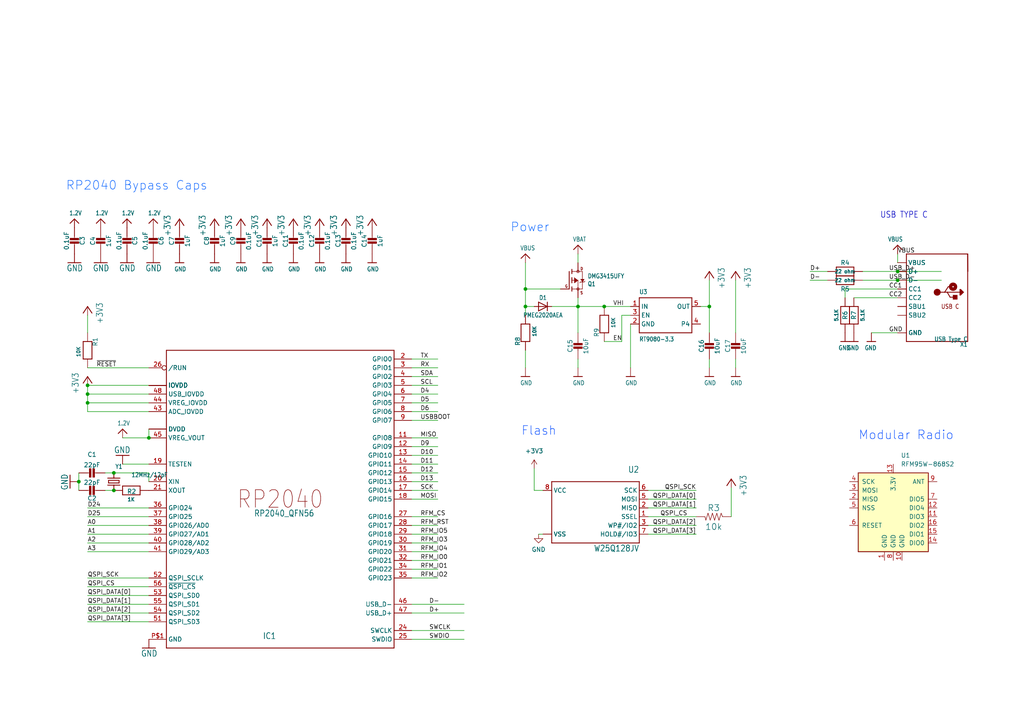
<source format=kicad_sch>
(kicad_sch (version 20231120) (generator "eeschema") (generator_version "8.0")
  (paper "A4")
  (lib_symbols
    (symbol "+3V3_1" (power) (pin_names (offset 0))
      (property "Value" "+3V3_1" (at 0 3.556 0))
      (symbol "+3V3_1_1_1"
        (pin power_in line (at 0 0 90) (length 0) hide (name "+3V3") (number "1"))
      )
    )
    (symbol "Adafruit Feather RP2040 RFM-eagle-import:+3V3" (power)
      (symbol "+3V3_1_0"
        (pin power_in line (at 0 -2.54 90) (length 2.54) (name "+3V3") (number "1"))
      )
    )
    (symbol "Adafruit Feather RP2040 RFM-eagle-import:1.2V" (power)
      (symbol "1.2V_1_0"
        (pin power_in line (at 0 -2.54 90) (length 2.54) (name "1.2V") (number "1"))
      )
    )
    (symbol "Adafruit Feather RP2040 RFM-eagle-import:CAP_CERAMIC0805-NOOUTLINE"
      (property "Reference" "C" (at -2.29 1.25 90))
      (symbol "CAP_CERAMIC0805-NOOUTLINE_1_0"
        (pin passive line (at 0 5.08 270) (length 2.54) (name "1") (number "1"))
        (pin passive line (at 0 -2.54 90) (length 2.54) (name "2") (number "2"))
      )
    )
    (symbol "Adafruit Feather RP2040 RFM-eagle-import:CAP_CERAMIC_0402NO"
      (property "Reference" "C" (at -2.29 1.25 90))
      (symbol "CAP_CERAMIC_0402NO_1_0"
        (pin passive line (at 0 5.08 270) (length 2.54) (name "1") (number "1"))
        (pin passive line (at 0 -2.54 90) (length 2.54) (name "2") (number "2"))
      )
    )
    (symbol "Adafruit Feather RP2040 RFM-eagle-import:CRYSTAL2.5X2.0"
      (property "Reference" "Y" (at -2.54 2.54 0))
      (symbol "CRYSTAL2.5X2.0_1_0"
        (pin passive line (at -2.54 0 0) (length 0) (name "1") (number "1"))
        (pin passive line (at 2.54 0 180) (length 0) (name "2") (number "3"))
      )
    )
    (symbol "Adafruit Feather RP2040 RFM-eagle-import:DIODESOD-323F"
      (property "Reference" "D" (at -2.54 2.54 0))
      (symbol "DIODESOD-323F_1_0"
        (pin passive line (at -2.54 0 0) (length 2.54) (name "A") (number "A"))
        (pin passive line (at 2.54 0 180) (length 2.54) (name "C") (number "C"))
      )
    )
    (symbol "Adafruit Feather RP2040 RFM-eagle-import:GND" (power)
      (symbol "GND_1_0"
        (pin power_in line (at 0 2.54 270) (length 2.54) (name "GND") (number "1"))
      )
    )
    (symbol "Adafruit Feather RP2040 RFM-eagle-import:MOSFET-P_DFN2015"
      (property "Reference" "Q" (at 2.794 0.381 0))
      (symbol "MOSFET-P_DFN2015_1_0"
        (text "D" (at 0.635 -3.81 0) (effects (font (size 0.8128 0.6908)) (justify left bottom)))
        (text "G" (at -3.81 1.27 0) (effects (font (size 0.8128 0.6908)) (justify left bottom)))
        (text "S" (at 0.635 3.175 0) (effects (font (size 0.8128 0.6908)) (justify left bottom)))
        (pin passive line (at -5.08 2.54 0) (length 2.54) (name "G") (number "1"))
        (pin passive line (at 0 5.08 270) (length 2.54) (name "S") (number "2"))
        (pin passive line (at 0 -5.08 90) (length 2.54) (name "D") (number "3"))
      )
    )
    (symbol "Adafruit Feather RP2040 RFM-eagle-import:RESISTOR_0402NO"
      (property "Reference" "R" (at 0 2.54 0))
      (symbol "RESISTOR_0402NO_1_0"
        (pin passive line (at -5.08 0 0) (length 2.54) (name "1") (number "1"))
        (pin passive line (at 5.08 0 180) (length 2.54) (name "2") (number "2"))
      )
    )
    (symbol "Adafruit Feather RP2040 RFM-eagle-import:RP2040_QFN56"
      (property "Reference" "IC" (at -5.08 -40.64 0))
      (symbol "RP2040_QFN56_1_0"
        (text "RP2040" (at 0 0 0) (effects (font (size 5.08 4.318))))
        (pin power_in line (at -38.1 33.02 0) (length 5.08) (name "IOVDD") (number "1"))
        (pin power_in line (at -38.1 33.02 0) (length 5.08) (name "IOVDD") (number "10"))
        (pin bidirectional line (at 38.1 17.78 180) (length 5.08) (name "GPIO8") (number "11"))
        (pin bidirectional line (at 38.1 15.24 180) (length 5.08) (name "GPIO9") (number "12"))
        (pin bidirectional line (at 38.1 12.7 180) (length 5.08) (name "GPIO10") (number "13"))
        (pin bidirectional line (at 38.1 10.16 180) (length 5.08) (name "GPIO11") (number "14"))
        (pin bidirectional line (at 38.1 7.62 180) (length 5.08) (name "GPIO12") (number "15"))
        (pin bidirectional line (at 38.1 5.08 180) (length 5.08) (name "GPIO13") (number "16"))
        (pin bidirectional line (at 38.1 2.54 180) (length 5.08) (name "GPIO14") (number "17"))
        (pin bidirectional line (at 38.1 0 180) (length 5.08) (name "GPIO15") (number "18"))
        (pin input line (at -38.1 10.16 0) (length 5.08) (name "TESTEN") (number "19"))
        (pin bidirectional line (at 38.1 40.64 180) (length 5.08) (name "GPIO0") (number "2"))
        (pin input line (at -38.1 5.08 0) (length 5.08) (name "XIN") (number "20"))
        (pin output line (at -38.1 2.54 0) (length 5.08) (name "XOUT") (number "21"))
        (pin power_in line (at -38.1 33.02 0) (length 5.08) (name "IOVDD") (number "22"))
        (pin power_in line (at -38.1 20.32 0) (length 5.08) (name "DVDD") (number "23"))
        (pin bidirectional line (at 38.1 -38.1 180) (length 5.08) (name "SWCLK") (number "24"))
        (pin bidirectional line (at 38.1 -40.64 180) (length 5.08) (name "SWDIO") (number "25"))
        (pin bidirectional inverted (at -38.1 38.1 0) (length 5.08) (name "/RUN") (number "26"))
        (pin bidirectional line (at 38.1 -5.08 180) (length 5.08) (name "GPIO16") (number "27"))
        (pin bidirectional line (at 38.1 -7.62 180) (length 5.08) (name "GPIO17") (number "28"))
        (pin bidirectional line (at 38.1 -10.16 180) (length 5.08) (name "GPIO18") (number "29"))
        (pin bidirectional line (at 38.1 38.1 180) (length 5.08) (name "GPIO1") (number "3"))
        (pin bidirectional line (at 38.1 -12.7 180) (length 5.08) (name "GPIO19") (number "30"))
        (pin bidirectional line (at 38.1 -15.24 180) (length 5.08) (name "GPIO20") (number "31"))
        (pin bidirectional line (at 38.1 -17.78 180) (length 5.08) (name "GPIO21") (number "32"))
        (pin power_in line (at -38.1 33.02 0) (length 5.08) (name "IOVDD") (number "33"))
        (pin bidirectional line (at 38.1 -20.32 180) (length 5.08) (name "GPIO22") (number "34"))
        (pin bidirectional line (at 38.1 -22.86 180) (length 5.08) (name "GPIO23") (number "35"))
        (pin bidirectional line (at -38.1 -2.54 0) (length 5.08) (name "GPIO24") (number "36"))
        (pin bidirectional line (at -38.1 -5.08 0) (length 5.08) (name "GPIO25") (number "37"))
        (pin bidirectional line (at -38.1 -7.62 0) (length 5.08) (name "GPIO26/AD0") (number "38"))
        (pin bidirectional line (at -38.1 -10.16 0) (length 5.08) (name "GPIO27/AD1") (number "39"))
        (pin bidirectional line (at 38.1 35.56 180) (length 5.08) (name "GPIO2") (number "4"))
        (pin bidirectional line (at -38.1 -12.7 0) (length 5.08) (name "GPIO28/AD2") (number "40"))
        (pin bidirectional line (at -38.1 -15.24 0) (length 5.08) (name "GPIO29/AD3") (number "41"))
        (pin power_in line (at -38.1 33.02 0) (length 5.08) (name "IOVDD") (number "42"))
        (pin power_in line (at -38.1 25.4 0) (length 5.08) (name "ADC_IOVDD") (number "43"))
        (pin power_in line (at -38.1 27.94 0) (length 5.08) (name "VREG_IOVDD") (number "44"))
        (pin power_in line (at -38.1 17.78 0) (length 5.08) (name "VREG_VOUT") (number "45"))
        (pin bidirectional line (at 38.1 -30.48 180) (length 5.08) (name "USB_D-") (number "46"))
        (pin bidirectional line (at 38.1 -33.02 180) (length 5.08) (name "USB_D+") (number "47"))
        (pin power_in line (at -38.1 30.48 0) (length 5.08) (name "USB_IOVDD") (number "48"))
        (pin power_in line (at -38.1 33.02 0) (length 5.08) (name "IOVDD") (number "49"))
        (pin bidirectional line (at 38.1 33.02 180) (length 5.08) (name "GPIO3") (number "5"))
        (pin power_in line (at -38.1 20.32 0) (length 5.08) (name "DVDD") (number "50"))
        (pin bidirectional line (at -38.1 -35.56 0) (length 5.08) (name "QSPI_SD3") (number "51"))
        (pin bidirectional line (at -38.1 -22.86 0) (length 5.08) (name "QSPI_SCLK") (number "52"))
        (pin bidirectional line (at -38.1 -27.94 0) (length 5.08) (name "QSPI_SD0") (number "53"))
        (pin bidirectional line (at -38.1 -33.02 0) (length 5.08) (name "QSPI_SD2") (number "54"))
        (pin bidirectional line (at -38.1 -30.48 0) (length 5.08) (name "QSPI_SD1") (number "55"))
        (pin bidirectional line (at -38.1 -25.4 0) (length 5.08) (name "~{QSPI_CS}") (number "56"))
        (pin bidirectional line (at 38.1 30.48 180) (length 5.08) (name "GPIO4") (number "6"))
        (pin bidirectional line (at 38.1 27.94 180) (length 5.08) (name "GPIO5") (number "7"))
        (pin bidirectional line (at 38.1 25.4 180) (length 5.08) (name "GPIO6") (number "8"))
        (pin bidirectional line (at 38.1 22.86 180) (length 5.08) (name "GPIO7") (number "9"))
        (pin power_in line (at -38.1 -40.64 0) (length 5.08) (name "GND") (number "P$1"))
      )
    )
    (symbol "Adafruit Feather RP2040 RFM-eagle-import:USB_C"
      (property "Reference" "X" (at -10.16 13.716 0))
      (symbol "USB_C_1_0"
        (text "USB C" (at -5.08 -2.54 0) (effects (font (size 1.27 1.0795))))
        (pin power_in line (at 10.16 -10.16 180) (length 2.54) (name "GND") (number "A1B12"))
        (pin power_in line (at 10.16 10.16 180) (length 2.54) (name "VBUS") (number "A4B9"))
        (pin bidirectional line (at 10.16 2.54 180) (length 2.54) (name "CC1") (number "A5"))
        (pin bidirectional line (at 10.16 7.62 180) (length 2.54) (name "D+") (number "A6"))
        (pin bidirectional line (at 10.16 5.08 180) (length 2.54) (name "D-") (number "A7"))
        (pin bidirectional line (at 10.16 -2.54 180) (length 2.54) (name "SBU1") (number "A8"))
        (pin power_in line (at 10.16 -10.16 180) (length 2.54) (name "GND") (number "B1A12"))
        (pin power_in line (at 10.16 10.16 180) (length 2.54) (name "VBUS") (number "B4A9"))
        (pin bidirectional line (at 10.16 0 180) (length 2.54) (name "CC2") (number "B5"))
        (pin bidirectional line (at 10.16 7.62 180) (length 2.54) (name "D+") (number "B6"))
        (pin bidirectional line (at 10.16 5.08 180) (length 2.54) (name "D-") (number "B7"))
        (pin bidirectional line (at 10.16 -5.08 180) (length 2.54) (name "SBU2") (number "B8"))
      )
    )
    (symbol "Adafruit Feather RP2040 RFM-eagle-import:VBAT" (power)
      (symbol "VBAT_1_0"
        (pin power_in line (at 0 -2.54 90) (length 2.54) (name "VBAT") (number "1"))
      )
    )
    (symbol "Adafruit Feather RP2040 RFM-eagle-import:VBUS" (power)
      (symbol "VBUS_1_0"
        (pin power_in line (at 0 -2.54 90) (length 2.54) (name "VBUS") (number "1"))
      )
    )
    (symbol "Adafruit Feather RP2040 RFM-eagle-import:VREG_SOT23-5"
      (property "Reference" "U" (at -7.62 6.096 0))
      (symbol "VREG_SOT23-5_1_0"
        (pin power_in line (at -10.16 2.54 0) (length 2.54) (name "IN") (number "1"))
        (pin power_in line (at -10.16 -2.54 0) (length 2.54) (name "GND") (number "2"))
        (pin input line (at -10.16 0 0) (length 2.54) (name "EN") (number "3"))
        (pin bidirectional line (at 10.16 -2.54 180) (length 2.54) (name "P4") (number "4"))
        (pin power_in line (at 10.16 2.54 180) (length 2.54) (name "OUT") (number "5"))
      )
    )
    (symbol "Adafruit Feather RP2040 RFM-eagle-import:supply1_GND" (power)
      (symbol "supply1_GND_1_0"
        (pin power_in line (at 0 2.54 270) (length 2.54) (name "GND") (number "1"))
      )
    )
    (symbol "Adafruit ItsyBitsy RP2040-eagle-import:+3V3" (power)
      (property "Value" "+3V3" (at -2.54 -5.08 90))
      (symbol "+3V3_1_0"
        (pin power_in line (at 0 -2.54 90) (length 2.54) (name "+3V3") (number "1"))
      )
    )
    (symbol "Adafruit ItsyBitsy RP2040-eagle-import:SPIFLASH_8PIN_4X4"
      (property "Reference" "U" (at -12.7 12.7 0))
      (property "Value" "SPIFLASH_8PIN_4X4" (at -12.7 -10.16 0))
      (symbol "SPIFLASH_8PIN_4X4_1_0"
        (pin bidirectional line (at -15.24 0 0) (length 2.54) (name "SSEL") (number "1"))
        (pin bidirectional line (at -15.24 2.54 0) (length 2.54) (name "MISO") (number "2"))
        (pin bidirectional line (at -15.24 -2.54 0) (length 2.54) (name "WP#/IO2") (number "3"))
        (pin bidirectional line (at 15.24 -5.08 180) (length 2.54) (name "VSS") (number "4"))
        (pin bidirectional line (at -15.24 5.08 0) (length 2.54) (name "MOSI") (number "5"))
        (pin bidirectional line (at -15.24 7.62 0) (length 2.54) (name "SCK") (number "6"))
        (pin bidirectional line (at -15.24 -5.08 0) (length 2.54) (name "HOLD#/IO3") (number "7"))
        (pin bidirectional line (at 15.24 7.62 180) (length 2.54) (name "VCC") (number "8"))
        (pin bidirectional line (at 15.24 -5.08 180) (length 2.54) (name "VSS") (number "PAD"))
      )
    )
    (symbol "RF_Module:RFM95W-868S2" (pin_names (offset 1.016))
      (property "Reference" "U" (at -10.414 11.684 0))
      (property "Value" "RFM95W-868S2" (at 1.524 11.43 0))
      (symbol "RFM95W-868S2_1_1"
        (pin power_in line (at -2.54 -15.24 90) (length 2.54) (name "GND") (number "1"))
        (pin power_in line (at 2.54 -15.24 90) (length 2.54) (name "GND") (number "10"))
        (pin bidirectional line (at 12.7 -2.54 180) (length 2.54) (name "DIO3") (number "11"))
        (pin bidirectional line (at 12.7 0 180) (length 2.54) (name "DIO4") (number "12"))
        (pin power_in line (at 0 12.7 270) (length 2.54) (name "3.3V") (number "13"))
        (pin bidirectional line (at 12.7 -10.16 180) (length 2.54) (name "DIO0") (number "14"))
        (pin bidirectional line (at 12.7 -7.62 180) (length 2.54) (name "DIO1") (number "15"))
        (pin bidirectional line (at 12.7 -5.08 180) (length 2.54) (name "DIO2") (number "16"))
        (pin output line (at -12.7 2.54 0) (length 2.54) (name "MISO") (number "2"))
        (pin input line (at -12.7 5.08 0) (length 2.54) (name "MOSI") (number "3"))
        (pin input line (at -12.7 7.62 0) (length 2.54) (name "SCK") (number "4"))
        (pin input line (at -12.7 0 0) (length 2.54) (name "NSS") (number "5"))
        (pin bidirectional line (at -12.7 -5.08 0) (length 2.54) (name "RESET") (number "6"))
        (pin bidirectional line (at 12.7 2.54 180) (length 2.54) (name "DIO5") (number "7"))
        (pin power_in line (at 0 -15.24 90) (length 2.54) (name "GND") (number "8"))
        (pin bidirectional line (at 12.7 7.62 180) (length 2.54) (name "ANT") (number "9"))
      )
    )
    (symbol "mainboard:RESISTOR0603" (pin_names (offset 1.016))
      (property "Reference" "R" (at 0 1.524 0))
      (property "Value" "RESISTOR0603" (at 0 -1.524 0))
      (symbol "RESISTOR0603_1_0"
        (pin passive line (at -5.08 0 0) (length 2.54) (name "1") (number "1"))
        (pin passive line (at 5.08 0 180) (length 2.54) (name "2") (number "2"))
      )
    )
    (symbol "power:GND" (power) (pin_names (offset 0))
      (property "Value" "GND" (at 0 -3.81 0))
      (symbol "GND_1_1"
        (pin power_in line (at 0 0 270) (length 0) hide (name "GND") (number "1"))
      )
    )
  )
  (junction (at 25.4 116.84))
  (junction (at 205.74 88.9))
  (junction (at 260.35 78.74))
  (junction (at 25.4 114.3))
  (junction (at 152.4 88.9))
  (junction (at 33.02 142.24))
  (junction (at 25.4 111.76))
  (junction (at 175.26 88.9))
  (junction (at 167.64 88.9))
  (junction (at 22.86 139.7))
  (junction (at 152.4 83.82))
  (junction (at 33.02 137.16))
  (junction (at 43.18 127))
  (junction (at 260.35 81.28))
  (wire (pts (xy 260.35 83.82) (xy 245.11 83.82)) (stroke (width 0.1524)))
  (wire (pts (xy 240.03 78.74) (xy 234.95 78.74)) (stroke (width 0.1524)))
  (wire (pts (xy 160.02 88.9) (xy 167.64 88.9)) (stroke (width 0.1524)))
  (wire (pts (xy 25.4 116.84) (xy 25.4 114.3)) (stroke (width 0.1524)))
  (wire (pts (xy 25.4 175.26) (xy 43.18 175.26)) (stroke (width 0.1524)))
  (wire (pts (xy 119.38 116.84) (xy 127 116.84)) (stroke (width 0.1524)))
  (wire (pts (xy 260.35 86.36) (xy 247.65 86.36)) (stroke (width 0.1524)))
  (wire (pts (xy 167.64 88.9) (xy 167.64 96.52)) (stroke (width 0.1524)))
  (wire (pts (xy 119.38 109.22) (xy 127 109.22)) (stroke (width 0.1524)))
  (wire (pts (xy 127 167.64) (xy 119.38 167.64)) (stroke (width 0.1524)))
  (wire (pts (xy 43.18 137.16) (xy 43.18 139.7)) (stroke (width 0.1524)))
  (wire (pts (xy 25.4 180.34) (xy 43.18 180.34)) (stroke (width 0.1524)))
  (wire (pts (xy 203.2 88.9) (xy 205.74 88.9)) (stroke (width 0.1524)))
  (wire (pts (xy 22.86 142.24) (xy 22.86 139.7)) (stroke (width 0.1524)))
  (wire (pts (xy 25.4 119.38) (xy 25.4 116.84)) (stroke (width 0.1524)))
  (wire (pts (xy 201.93 144.78) (xy 187.96 144.78)))
  (wire (pts (xy 43.18 114.3) (xy 25.4 114.3)) (stroke (width 0.1524)))
  (wire (pts (xy 119.38 177.8) (xy 134.62 177.8)) (stroke (width 0.1524)))
  (wire (pts (xy 260.35 81.28) (xy 273.05 81.28)) (stroke (width 0.1524)))
  (wire (pts (xy 119.38 165.1) (xy 127 165.1)) (stroke (width 0.1524)))
  (wire (pts (xy 152.4 88.9) (xy 152.4 83.82)) (stroke (width 0.1524)))
  (wire (pts (xy 205.74 88.9) (xy 205.74 81.28)) (stroke (width 0.1524)))
  (wire (pts (xy 43.18 116.84) (xy 25.4 116.84)) (stroke (width 0.1524)))
  (wire (pts (xy 175.26 88.9) (xy 167.64 88.9)) (stroke (width 0.1524)))
  (wire (pts (xy 162.56 83.82) (xy 152.4 83.82)) (stroke (width 0.1524)))
  (wire (pts (xy 213.36 104.14) (xy 213.36 106.68)) (stroke (width 0.1524)))
  (wire (pts (xy 119.38 132.08) (xy 127 132.08)) (stroke (width 0.1524)))
  (wire (pts (xy 175.26 99.06) (xy 180.34 99.06)) (stroke (width 0.1524)))
  (wire (pts (xy 180.34 91.44) (xy 182.88 91.44)) (stroke (width 0.1524)))
  (wire (pts (xy 152.4 91.44) (xy 152.4 88.9)) (stroke (width 0.1524)))
  (wire (pts (xy 43.18 149.86) (xy 25.4 149.86)) (stroke (width 0.1524)))
  (wire (pts (xy 25.4 147.32) (xy 43.18 147.32)) (stroke (width 0.1524)))
  (wire (pts (xy 25.4 154.94) (xy 43.18 154.94)) (stroke (width 0.1524)))
  (wire (pts (xy 187.96 142.24) (xy 201.93 142.24)))
  (wire (pts (xy 35.56 127) (xy 43.18 127)) (stroke (width 0.1524)))
  (wire (pts (xy 252.73 96.52) (xy 260.35 96.52)) (stroke (width 0.1524)))
  (wire (pts (xy 43.18 124.46) (xy 43.18 127)) (stroke (width 0.1524)))
  (wire (pts (xy 43.18 111.76) (xy 25.4 111.76)) (stroke (width 0.1524)))
  (wire (pts (xy 43.18 157.48) (xy 25.4 157.48)) (stroke (width 0.1524)))
  (wire (pts (xy 119.38 144.78) (xy 127 144.78)) (stroke (width 0.1524)))
  (wire (pts (xy 119.38 104.14) (xy 127 104.14)) (stroke (width 0.1524)))
  (wire (pts (xy 201.93 154.94) (xy 187.96 154.94)))
  (wire (pts (xy 33.02 137.16) (xy 30.48 137.16)) (stroke (width 0.1524)))
  (wire (pts (xy 134.62 182.88) (xy 119.38 182.88)) (stroke (width 0.1524)))
  (wire (pts (xy 187.96 152.4) (xy 201.93 152.4)))
  (wire (pts (xy 187.96 149.86) (xy 201.93 149.86)))
  (wire (pts (xy 119.38 114.3) (xy 127 114.3)) (stroke (width 0.1524)))
  (wire (pts (xy 245.11 83.82) (xy 245.11 86.36)) (stroke (width 0.1524)))
  (wire (pts (xy 127 157.48) (xy 119.38 157.48)) (stroke (width 0.1524)))
  (wire (pts (xy 213.36 96.52) (xy 213.36 81.28)) (stroke (width 0.1524)))
  (wire (pts (xy 119.38 137.16) (xy 127 137.16)) (stroke (width 0.1524)))
  (wire (pts (xy 154.94 135.89) (xy 154.94 142.24)))
  (wire (pts (xy 157.48 142.24) (xy 154.94 142.24)))
  (wire (pts (xy 119.38 121.92) (xy 127 121.92)) (stroke (width 0.1524)))
  (wire (pts (xy 33.02 137.16) (xy 43.18 137.16)) (stroke (width 0.1524)))
  (wire (pts (xy 43.18 152.4) (xy 25.4 152.4)) (stroke (width 0.1524)))
  (wire (pts (xy 157.48 154.94) (xy 156.21 154.94)))
  (wire (pts (xy 119.38 142.24) (xy 127 142.24)) (stroke (width 0.1524)))
  (wire (pts (xy 25.4 160.02) (xy 43.18 160.02)) (stroke (width 0.1524)))
  (wire (pts (xy 152.4 83.82) (xy 152.4 76.2)) (stroke (width 0.1524)))
  (wire (pts (xy 119.38 149.86) (xy 127 149.86)) (stroke (width 0.1524)))
  (wire (pts (xy 119.38 129.54) (xy 127 129.54)) (stroke (width 0.1524)))
  (wire (pts (xy 205.74 104.14) (xy 205.74 106.68)) (stroke (width 0.1524)))
  (wire (pts (xy 182.88 88.9) (xy 175.26 88.9)) (stroke (width 0.1524)))
  (wire (pts (xy 119.38 154.94) (xy 127 154.94)) (stroke (width 0.1524)))
  (wire (pts (xy 182.88 93.98) (xy 182.88 106.68)) (stroke (width 0.1524)))
  (wire (pts (xy 22.86 139.7) (xy 22.86 137.16)) (stroke (width 0.1524)))
  (wire (pts (xy 167.64 86.36) (xy 167.64 88.9)) (stroke (width 0.1524)))
  (wire (pts (xy 167.64 104.14) (xy 167.64 106.68)) (stroke (width 0.1524)))
  (wire (pts (xy 43.18 170.18) (xy 25.4 170.18)) (stroke (width 0.1524)))
  (wire (pts (xy 260.35 78.74) (xy 250.19 78.74)) (stroke (width 0.1524)))
  (wire (pts (xy 30.48 142.24) (xy 33.02 142.24)) (stroke (width 0.1524)))
  (wire (pts (xy 43.18 167.64) (xy 25.4 167.64)) (stroke (width 0.1524)))
  (wire (pts (xy 119.38 185.42) (xy 134.62 185.42)) (stroke (width 0.1524)))
  (wire (pts (xy 180.34 99.06) (xy 180.34 91.44)) (stroke (width 0.1524)))
  (wire (pts (xy 127 106.68) (xy 119.38 106.68)) (stroke (width 0.1524)))
  (wire (pts (xy 205.74 96.52) (xy 205.74 88.9)) (stroke (width 0.1524)))
  (wire (pts (xy 25.4 91.44) (xy 25.4 96.52)) (stroke (width 0.1524)))
  (wire (pts (xy 119.38 139.7) (xy 127 139.7)) (stroke (width 0.1524)))
  (wire (pts (xy 187.96 147.32) (xy 201.93 147.32)))
  (wire (pts (xy 25.4 177.8) (xy 43.18 177.8)) (stroke (width 0.1524)))
  (wire (pts (xy 167.64 73.66) (xy 167.64 76.2)) (stroke (width 0.1524)))
  (wire (pts (xy 25.4 114.3) (xy 25.4 111.76)) (stroke (width 0.1524)))
  (wire (pts (xy 154.94 88.9) (xy 152.4 88.9)) (stroke (width 0.1524)))
  (wire (pts (xy 43.18 106.68) (xy 25.4 106.68)) (stroke (width 0.1524)))
  (wire (pts (xy 234.95 81.28) (xy 240.03 81.28)) (stroke (width 0.1524)))
  (wire (pts (xy 119.38 127) (xy 127 127)) (stroke (width 0.1524)))
  (wire (pts (xy 127 162.56) (xy 119.38 162.56)) (stroke (width 0.1524)))
  (wire (pts (xy 43.18 119.38) (xy 25.4 119.38)) (stroke (width 0.1524)))
  (wire (pts (xy 127 152.4) (xy 119.38 152.4)) (stroke (width 0.1524)))
  (wire (pts (xy 119.38 111.76) (xy 127 111.76)) (stroke (width 0.1524)))
  (wire (pts (xy 260.35 78.74) (xy 273.05 78.74)) (stroke (width 0.1524)))
  (wire (pts (xy 119.38 119.38) (xy 127 119.38)) (stroke (width 0.1524)))
  (wire (pts (xy 119.38 160.02) (xy 127 160.02)) (stroke (width 0.1524)))
  (wire (pts (xy 152.4 106.68) (xy 152.4 101.6)) (stroke (width 0.1524)))
  (wire (pts (xy 212.09 141.478) (xy 212.09 149.86)))
  (wire (pts (xy 260.35 73.66) (xy 260.35 76.2)) (stroke (width 0.1524)))
  (wire (pts (xy 119.38 175.26) (xy 134.62 175.26)) (stroke (width 0.1524)))
  (wire (pts (xy 25.4 172.72) (xy 43.18 172.72)) (stroke (width 0.1524)))
  (wire (pts (xy 250.19 81.28) (xy 260.35 81.28)) (stroke (width 0.1524)))
  (wire (pts (xy 43.18 134.62) (xy 35.56 134.62)) (stroke (width 0.1524)))
  (wire (pts (xy 119.38 134.62) (xy 127 134.62)) (stroke (width 0.1524)))
  (text "USB TYPE C" (at 255.27 63.5 0) (effects (font (size 1.778 1.5113)) (justify left bottom)))
  (text "Power " (at 154.686 66.04 0) (effects (font (size 2.54 2.54))))
  (label "EN" (at 177.8 99.06 0) (effects (font (size 1.2446 1.2446))))
  (label "D10" (at 121.92 132.08 0) (effects (font (size 1.2446 1.2446))))
  (label "SDA" (at 121.92 109.22 0) (effects (font (size 1.2446 1.2446))))
  (label "D9" (at 121.92 129.54 0) (effects (font (size 1.2446 1.2446))))
  (label "D6" (at 121.92 119.38 0) (effects (font (size 1.2446 1.2446))))
  (label "USB_D+" (at 257.81 78.74 0) (effects (font (size 1.2446 1.2446))))
  (label "RFM_RST" (at 121.92 152.4 0) (effects (font (size 1.2446 1.2446))))
  (label "QSPI_DATA[0]" (at 25.4 172.72 0) (effects (font (size 1.2446 1.2446))))
  (label "USBBOOT" (at 121.92 121.92 0) (effects (font (size 1.2446 1.2446))))
  (label "SCL" (at 121.92 111.76 0) (effects (font (size 1.2446 1.2446))))
  (label "D4" (at 121.92 114.3 0) (effects (font (size 1.2446 1.2446))))
  (label "D+" (at 234.95 78.74 0) (effects (font (size 1.2446 1.2446))))
  (label "QSPI_CS" (at 25.4 170.18 0) (effects (font (size 1.2446 1.2446))))
  (label "GND" (at 257.81 96.52 0) (effects (font (size 1.2446 1.2446))))
  (label "Flash" (at 151.13 127 0) (effects (font (size 2.54 2.54))))
  (label "SCK" (at 121.92 142.24 0) (effects (font (size 1.2446 1.2446))))
  (label "VBUS" (at 260.35 73.66 0) (effects (font (size 1.2446 1.2446))))
  (label "D13" (at 121.92 139.7 0) (effects (font (size 1.2446 1.2446))))
  (label "RX" (at 121.92 106.68 0) (effects (font (size 1.2446 1.2446))))
  (label "D25" (at 25.4 149.86 0) (effects (font (size 1.2446 1.2446))))
  (label "RFM_CS" (at 121.92 149.86 0) (effects (font (size 1.2446 1.2446))))
  (label "RFM_IO1" (at 121.92 165.1 0) (effects (font (size 1.2446 1.2446))))
  (label "A3" (at 25.4 160.02 0) (effects (font (size 1.2446 1.2446))))
  (label "USB_D-" (at 257.81 81.28 0) (effects (font (size 1.2446 1.2446))))
  (label "MOSI" (at 121.92 144.78 0) (effects (font (size 1.2446 1.2446))))
  (label "RFM_IO2" (at 121.92 167.64 0) (effects (font (size 1.2446 1.2446))))
  (label "A1" (at 25.4 154.94 0) (effects (font (size 1.2446 1.2446))))
  (label "RFM_IO0" (at 121.92 162.56 0) (effects (font (size 1.2446 1.2446))))
  (label "D12" (at 121.92 137.16 0) (effects (font (size 1.2446 1.2446))))
  (label "D5" (at 121.92 116.84 0) (effects (font (size 1.2446 1.2446))))
  (label "QSPI_DATA[2]" (at 201.93 152.4 180) (effects (font (size 1.2446 1.2446))))
  (label "A2" (at 25.4 157.48 0) (effects (font (size 1.2446 1.2446))))
  (label "D-" (at 234.95 81.28 0) (effects (font (size 1.2446 1.2446))))
  (label "RFM_IO5" (at 121.92 154.94 0) (effects (font (size 1.2446 1.2446))))
  (label "QSPI_DATA[3]" (at 25.4 180.34 0) (effects (font (size 1.2446 1.2446))))
  (label "QSPI_DATA[3]" (at 201.93 154.94 180) (effects (font (size 1.2446 1.2446))))
  (label "QSPI_DATA[2]" (at 25.4 177.8 0) (effects (font (size 1.2446 1.2446))))
  (label "QSPI_DATA[1]" (at 201.93 147.32 180) (effects (font (size 1.2446 1.2446))))
  (label "A0" (at 25.4 152.4 0) (effects (font (size 1.2446 1.2446))))
  (label "RFM_IO4" (at 121.92 160.02 0) (effects (font (size 1.2446 1.2446))))
  (label "QSPI_SCK" (at 25.4 167.64 0) (effects (font (size 1.2446 1.2446))))
  (label "RP2040 Bypass Caps" (at 19.05 55.88 0) (effects (font (size 2.54 2.54))))
  (label "D11" (at 121.92 134.62 0) (effects (font (size 1.2446 1.2446))))
  (label "VHI" (at 177.8 88.9 0) (effects (font (size 1.2446 1.2446))))
  (label "D-" (at 124.46 175.26 0) (effects (font (size 1.2446 1.2446))))
  (label "RFM_IO3" (at 121.92 157.48 0) (effects (font (size 1.2446 1.2446))))
  (label "QSPI_DATA[0]" (at 201.93 144.78 180) (effects (font (size 1.2446 1.2446))))
  (label "Modular Radio" (at 248.92 128.27 0) (effects (font (size 2.54 2.54))))
  (label "QSPI_SCK" (at 201.93 142.24 180) (effects (font (size 1.2446 1.2446))))
  (label "D24" (at 25.4 147.32 0) (effects (font (size 1.2446 1.2446))))
  (label "SWCLK" (at 124.46 182.88 0) (effects (font (size 1.2446 1.2446))))
  (label "CC2" (at 257.81 86.36 0) (effects (font (size 1.2446 1.2446))))
  (label "CC1" (at 257.81 83.82 0) (effects (font (size 1.2446 1.2446))))
  (label "~{RESET}" (at 27.94 106.68 0) (effects (font (size 1.2446 1.2446))))
  (label "MISO" (at 121.92 127 0) (effects (font (size 1.2446 1.2446))))
  (label "QSPI_CS" (at 199.39 149.86 180) (effects (font (size 1.2446 1.2446))))
  (label "TX" (at 121.92 104.14 0) (effects (font (size 1.2446 1.2446))))
  (label "SWDIO" (at 124.46 185.42 0) (effects (font (size 1.2446 1.2446))))
  (label "QSPI_DATA[1]" (at 25.4 175.26 0) (effects (font (size 1.2446 1.2446))))
  (label "D+" (at 124.46 177.8 0) (effects (font (size 1.2446 1.2446))))
  (symbol (lib_id "power:GND") (at 156.21 154.94 0) (mirror y) (unit 1)
    (property "Reference" "#PWR02" (effects (hide yes)))
    (property "Value" "GND" (at 156.21 159.3834 0))
  )
  (symbol (lib_id "Adafruit Feather RP2040 RFM-eagle-import:CRYSTAL2.5X2.0") (at 33.02 139.7 90) (unit 1)
    (property "Reference" "Y1" (at 35.56 134.62 90) (effects (font (size 1.27 1.0795)) (justify left bottom)))
    (property "Value" "12MHz/12pF" (at 38.1 138.43 90) (effects (font (size 1.27 1.0795)) (justify right top)))
    (property "Footprint" "Adafruit Feather RP2040 RFM:CRYSTAL_2.5X2" (effects (hide yes)))
  )
  (symbol (lib_id "Adafruit Feather RP2040 RFM-eagle-import:VBUS") (at 260.35 71.12 0) (mirror y) (unit 1)
    (property "Reference" "#U$017" (effects (hide yes)))
    (property "Value" "VBUS" (at 261.874 70.104 0) (effects (font (size 1.27 1.0795)) (justify left bottom)))
  )
  (symbol (lib_id "Adafruit Feather RP2040 RFM-eagle-import:CAP_CERAMIC_0402NO") (at 36.83 68.58 180) (unit 1)
    (property "Reference" "C5" (at 39.12 69.83 90))
    (property "Value" "0.1uF" (at 34.53 69.83 90))
    (property "Footprint" "Adafruit Feather RP2040 RFM:_0402NO" (effects (hide yes)))
  )
  (symbol (lib_id "Adafruit Feather RP2040 RFM-eagle-import:RESISTOR_0402NO") (at 245.11 78.74 0) (mirror y) (unit 1)
    (property "Reference" "R4" (at 245.11 76.2 0))
    (property "Value" "22 ohm" (at 245.11 78.74 0) (effects (font (size 1.016 1.016) (thickness 0.2032) (bold yes))))
    (property "Footprint" "Adafruit Feather RP2040 RFM:_0402NO" (effects (hide yes)))
  )
  (symbol (lib_id "Adafruit Feather RP2040 RFM-eagle-import:supply1_GND") (at 35.56 132.08 0) (mirror x) (unit 1)
    (property "Reference" "#GND02" (effects (hide yes)))
    (property "Value" "GND" (at 33.02 129.54 0) (effects (font (size 1.778 1.5113)) (justify left bottom)))
  )
  (symbol (lib_id "Adafruit Feather RP2040 RFM-eagle-import:CAP_CERAMIC0805-NOOUTLINE") (at 167.64 101.6 0) (unit 1)
    (property "Reference" "C15" (at 165.35 100.35 90))
    (property "Value" "10uF" (at 169.94 100.35 90))
    (property "Footprint" "Adafruit Feather RP2040 RFM:0805-NO" (effects (hide yes)))
  )
  (symbol (lib_id "Adafruit Feather RP2040 RFM-eagle-import:CAP_CERAMIC_0402NO") (at 100.33 71.12 0) (unit 1)
    (property "Reference" "C13" (at 98.04 69.87 90))
    (property "Value" "0.1uF" (at 102.63 69.87 90))
    (property "Footprint" "Adafruit Feather RP2040 RFM:_0402NO" (effects (hide yes)))
  )
  (symbol (lib_id "Adafruit Feather RP2040 RFM-eagle-import:GND") (at 85.09 76.2 0) (unit 1)
    (property "Reference" "#U$010" (effects (hide yes)))
    (property "Value" "GND" (at 83.566 78.74 0) (effects (font (size 1.27 1.0795)) (justify left bottom)))
  )
  (symbol (lib_id "Adafruit Feather RP2040 RFM-eagle-import:1.2V") (at 29.21 63.5 0) (unit 1)
    (property "Reference" "#U$03" (effects (hide yes)))
    (property "Value" "1.2V" (at 27.686 62.484 0) (effects (font (size 1.27 1.0795)) (justify left bottom)))
  )
  (symbol (lib_id "Adafruit Feather RP2040 RFM-eagle-import:RESISTOR_0402NO") (at 175.26 93.98 90) (unit 1)
    (property "Reference" "R9" (at 173.7614 97.79 0) (effects (justify left bottom)))
    (property "Value" "10K" (at 178.562 95.25 0) (effects (font (size 1.016 1.016) (thickness 0.2032) (bold yes)) (justify left bottom)))
    (property "Footprint" "Adafruit Feather RP2040 RFM:_0402NO" (effects (hide yes)))
  )
  (symbol (lib_id "Adafruit Feather RP2040 RFM-eagle-import:GND") (at 205.74 109.22 0) (unit 1)
    (property "Reference" "#U$023" (effects (hide yes)))
    (property "Value" "GND" (at 204.216 111.76 0) (effects (font (size 1.27 1.0795)) (justify left bottom)))
  )
  (symbol (lib_id "Adafruit Feather RP2040 RFM-eagle-import:+3V3") (at 69.85 63.5 0) (unit 1)
    (property "Reference" "#+3V05" (effects (hide yes)))
    (property "Value" "+3V3" (at 67.31 68.58 90) (effects (font (size 1.778 1.5113)) (justify left bottom)))
  )
  (symbol (lib_id "Adafruit Feather RP2040 RFM-eagle-import:CAP_CERAMIC_0402NO") (at 107.95 71.12 0) (unit 1)
    (property "Reference" "C14" (at 105.66 69.87 90))
    (property "Value" "1uF" (at 110.25 69.87 90))
    (property "Footprint" "Adafruit Feather RP2040 RFM:_0402NO" (effects (hide yes)))
  )
  (symbol (lib_id "Adafruit Feather RP2040 RFM-eagle-import:GND") (at 152.4 109.22 0) (unit 1)
    (property "Reference" "#U$019" (effects (hide yes)))
    (property "Value" "GND" (at 150.876 111.76 0) (effects (font (size 1.27 1.0795)) (justify left bottom)))
  )
  (symbol (lib_id "Adafruit Feather RP2040 RFM-eagle-import:CAP_CERAMIC_0402NO") (at 52.07 71.12 0) (unit 1)
    (property "Reference" "C7" (at 49.78 69.87 90))
    (property "Value" "1uF" (at 54.37 69.87 90))
    (property "Footprint" "Adafruit Feather RP2040 RFM:_0402NO" (effects (hide yes)))
  )
  (symbol (lib_id "Adafruit Feather RP2040 RFM-eagle-import:1.2V") (at 44.45 63.5 0) (unit 1)
    (property "Reference" "#U$05" (effects (hide yes)))
    (property "Value" "1.2V" (at 42.926 62.484 0) (effects (font (size 1.27 1.0795)) (justify left bottom)))
  )
  (symbol (lib_id "RF_Module:RFM95W-868S2") (at 259.08 147.32 0) (unit 1)
    (property "Reference" "U1" (at 261.2741 132.08 0) (effects (justify left)))
    (property "Value" "RFM95W-868S2" (at 261.2741 134.62 0) (effects (justify left)))
    (property "Datasheet" "https://www.hoperf.com/data/upload/portal/20181127/5bfcbea20e9ef.pdf" (effects (hide yes)))
    (property "Description" "Low power long range transceiver module, SPI and parallel interface, 868 MHz, spreading factor 6 to12, bandwidth 7.8 to 500kHz, -111 to -148 dBm, SMD-16, DIP-16" (effects (hide yes)))
  )
  (symbol (lib_id "Adafruit Feather RP2040 RFM-eagle-import:GND") (at 52.07 76.2 0) (unit 1)
    (property "Reference" "#U$06" (effects (hide yes)))
    (property "Value" "GND" (at 50.546 78.74 0) (effects (font (size 1.27 1.0795)) (justify left bottom)))
  )
  (symbol (lib_id "Adafruit ItsyBitsy RP2040-eagle-import:SPIFLASH_8PIN_4X4") (at 172.72 149.86 0) (mirror y) (unit 1)
    (property "Reference" "U2" (at 185.42 137.16 0) (effects (font (size 1.778 1.5113)) (justify left bottom)))
    (property "Value" "W25Q128JV" (at 185.42 160.02 0) (effects (font (size 1.778 1.5113)) (justify left bottom)))
    (property "Footprint" "Package_SO:SOIC-8_5.275x5.275mm_P1.27mm" (effects (hide yes)))
  )
  (symbol (lib_id "Adafruit Feather RP2040 RFM-eagle-import:GND") (at 252.73 99.06 0) (mirror y) (unit 1)
    (property "Reference" "#U$016" (effects (hide yes)))
    (property "Value" "GND" (at 254.254 101.6 0) (effects (font (size 1.27 1.0795)) (justify left bottom)))
  )
  (symbol (lib_id "Adafruit Feather RP2040 RFM-eagle-import:1.2V") (at 35.56 124.46 0) (unit 1)
    (property "Reference" "#U$01" (effects (hide yes)))
    (property "Value" "1.2V" (at 34.036 123.444 0) (effects (font (size 1.27 1.0795)) (justify left bottom)))
  )
  (symbol (lib_id "Adafruit Feather RP2040 RFM-eagle-import:CAP_CERAMIC_0402NO") (at 27.94 142.24 90) (unit 1)
    (property "Reference" "C2" (at 26.69 144.53 90))
    (property "Value" "22pF" (at 26.69 139.94 90))
    (property "Footprint" "Adafruit Feather RP2040 RFM:_0402NO" (effects (hide yes)))
  )
  (symbol (lib_id "Adafruit Feather RP2040 RFM-eagle-import:+3V3") (at 92.71 63.5 0) (unit 1)
    (property "Reference" "#+3V08" (effects (hide yes)))
    (property "Value" "+3V3" (at 90.17 68.58 90) (effects (font (size 1.778 1.5113)) (justify left bottom)))
  )
  (symbol (lib_id "Adafruit Feather RP2040 RFM-eagle-import:supply1_GND") (at 29.21 76.2 0) (mirror y) (unit 1)
    (property "Reference" "#GND05" (effects (hide yes)))
    (property "Value" "GND" (at 31.75 78.74 0) (effects (font (size 1.778 1.5113)) (justify left bottom)))
  )
  (symbol (lib_id "Adafruit Feather RP2040 RFM-eagle-import:CAP_CERAMIC_0402NO") (at 69.85 71.12 0) (unit 1)
    (property "Reference" "C9" (at 67.56 69.87 90))
    (property "Value" "0.1uF" (at 72.15 69.87 90))
    (property "Footprint" "Adafruit Feather RP2040 RFM:_0402NO" (effects (hide yes)))
  )
  (symbol (lib_id "Adafruit Feather RP2040 RFM-eagle-import:USB_C") (at 270.51 86.36 0) (mirror y) (unit 1)
    (property "Reference" "X1" (at 280.67 100.584 0) (effects (font (size 1.27 1.0795)) (justify left bottom)))
    (property "Value" "USB Type C" (at 280.67 99.06 0) (effects (font (size 1.27 1.0795)) (justify left bottom)))
    (property "Footprint" "Adafruit Feather RP2040 RFM:USB_C_CUSB31-CFM2AX-01-X" (effects (hide yes)))
  )
  (symbol (lib_id "Adafruit Feather RP2040 RFM-eagle-import:GND") (at 167.64 109.22 0) (unit 1)
    (property "Reference" "#U$021" (effects (hide yes)))
    (property "Value" "GND" (at 166.116 111.76 0) (effects (font (size 1.27 1.0795)) (justify left bottom)))
  )
  (symbol (lib_id "Adafruit Feather RP2040 RFM-eagle-import:CAP_CERAMIC_0402NO") (at 92.71 71.12 0) (unit 1)
    (property "Reference" "C12" (at 90.42 69.87 90))
    (property "Value" "0.1uF" (at 95.01 69.87 90))
    (property "Footprint" "Adafruit Feather RP2040 RFM:_0402NO" (effects (hide yes)))
  )
  (symbol (lib_id "Adafruit Feather RP2040 RFM-eagle-import:VBUS") (at 152.4 73.66 0) (unit 1)
    (property "Reference" "#U$018" (effects (hide yes)))
    (property "Value" "VBUS" (at 150.876 72.644 0) (effects (font (size 1.27 1.0795)) (justify left bottom)))
  )
  (symbol (lib_id "Adafruit Feather RP2040 RFM-eagle-import:+3V3") (at 213.36 78.74 0) (mirror y) (unit 1)
    (property "Reference" "#+3V013" (effects (hide yes)))
    (property "Value" "+3V3" (at 215.9 83.82 90) (effects (font (size 1.778 1.5113)) (justify left bottom)))
  )
  (symbol (lib_id "Adafruit Feather RP2040 RFM-eagle-import:VBAT") (at 167.64 71.12 0) (unit 1)
    (property "Reference" "#U$020" (effects (hide yes)))
    (property "Value" "VBAT" (at 166.116 70.104 0) (effects (font (size 1.27 1.0795)) (justify left bottom)))
  )
  (symbol (lib_id "Adafruit Feather RP2040 RFM-eagle-import:CAP_CERAMIC_0402NO") (at 27.94 137.16 90) (unit 1)
    (property "Reference" "C1" (at 26.69 131.83 90))
    (property "Value" "22pF" (at 26.69 134.86 90))
    (property "Footprint" "Adafruit Feather RP2040 RFM:_0402NO" (effects (hide yes)))
  )
  (symbol (lib_id "Adafruit Feather RP2040 RFM-eagle-import:GND") (at 247.65 99.06 0) (mirror y) (unit 1)
    (property "Reference" "#U$015" (effects (hide yes)))
    (property "Value" "GND" (at 249.174 101.6 0) (effects (font (size 1.27 1.0795)) (justify left bottom)))
  )
  (symbol (lib_id "Adafruit Feather RP2040 RFM-eagle-import:CAP_CERAMIC_0402NO") (at 85.09 71.12 0) (unit 1)
    (property "Reference" "C11" (at 82.8 69.87 90))
    (property "Value" "0.1uF" (at 87.39 69.87 90))
    (property "Footprint" "Adafruit Feather RP2040 RFM:_0402NO" (effects (hide yes)))
  )
  (symbol (lib_id "Adafruit Feather RP2040 RFM-eagle-import:1.2V") (at 36.83 63.5 0) (unit 1)
    (property "Reference" "#U$04" (effects (hide yes)))
    (property "Value" "1.2V" (at 35.306 62.484 0) (effects (font (size 1.27 1.0795)) (justify left bottom)))
  )
  (symbol (lib_id "Adafruit Feather RP2040 RFM-eagle-import:CAP_CERAMIC_0402NO") (at 77.47 71.12 0) (unit 1)
    (property "Reference" "C10" (at 75.18 69.87 90))
    (property "Value" "1uF" (at 79.77 69.87 90))
    (property "Footprint" "Adafruit Feather RP2040 RFM:_0402NO" (effects (hide yes)))
  )
  (symbol (lib_id "Adafruit Feather RP2040 RFM-eagle-import:GND") (at 62.23 76.2 0) (unit 1)
    (property "Reference" "#U$07" (effects (hide yes)))
    (property "Value" "GND" (at 60.706 78.74 0) (effects (font (size 1.27 1.0795)) (justify left bottom)))
  )
  (symbol (lib_id "Adafruit Feather RP2040 RFM-eagle-import:GND") (at 100.33 76.2 0) (unit 1)
    (property "Reference" "#U$012" (effects (hide yes)))
    (property "Value" "GND" (at 98.806 78.74 0) (effects (font (size 1.27 1.0795)) (justify left bottom)))
  )
  (symbol (lib_id "Adafruit Feather RP2040 RFM-eagle-import:+3V3") (at 205.74 78.74 0) (mirror y) (unit 1)
    (property "Reference" "#+3V012" (effects (hide yes)))
    (property "Value" "+3V3" (at 208.28 83.82 90) (effects (font (size 1.778 1.5113)) (justify left bottom)))
  )
  (symbol (lib_id "Adafruit Feather RP2040 RFM-eagle-import:1.2V") (at 21.59 63.5 0) (unit 1)
    (property "Reference" "#U$02" (effects (hide yes)))
    (property "Value" "1.2V" (at 20.066 62.484 0) (effects (font (size 1.27 1.0795)) (justify left bottom)))
  )
  (symbol (lib_id "Adafruit ItsyBitsy RP2040-eagle-import:+3V3") (at 212.09 138.938 0) (mirror y) (unit 1)
    (property "Reference" "#+3V011" (effects (hide yes)))
    (property "Value" "+3V3" (at 214.63 144.018 90) (effects (font (size 1.778 1.5113)) (justify left bottom)))
    (property "Footprint" "Adafruit ItsyBitsy RP2040:" (effects (hide yes)))
  )
  (symbol (lib_id "Adafruit Feather RP2040 RFM-eagle-import:RESISTOR_0402NO") (at 152.4 96.52 90) (unit 1)
    (property "Reference" "R8" (at 150.9014 100.33 0) (effects (justify left bottom)))
    (property "Value" "10K" (at 155.702 97.79 0) (effects (font (size 1.016 1.016) (thickness 0.2032) (bold yes)) (justify left bottom)))
    (property "Footprint" "Adafruit Feather RP2040 RFM:_0402NO" (effects (hide yes)))
  )
  (symbol (lib_id "Adafruit Feather RP2040 RFM-eagle-import:GND") (at 213.36 109.22 0) (unit 1)
    (property "Reference" "#U$024" (effects (hide yes)))
    (property "Value" "GND" (at 211.836 111.76 0) (effects (font (size 1.27 1.0795)) (justify left bottom)))
  )
  (symbol (lib_id "Adafruit Feather RP2040 RFM-eagle-import:GND") (at 245.11 99.06 0) (mirror y) (unit 1)
    (property "Reference" "#U$014" (effects (hide yes)))
    (property "Value" "GND" (at 246.634 101.6 0) (effects (font (size 1.27 1.0795)) (justify left bottom)))
  )
  (symbol (lib_id "Adafruit Feather RP2040 RFM-eagle-import:+3V3") (at 107.95 63.5 0) (unit 1)
    (property "Reference" "#+3V010" (effects (hide yes)))
    (property "Value" "+3V3" (at 105.41 68.58 90) (effects (font (size 1.778 1.5113)) (justify left bottom)))
  )
  (symbol (lib_id "Adafruit Feather RP2040 RFM-eagle-import:RP2040_QFN56") (at 81.28 144.78 0) (unit 1)
    (property "Reference" "IC1" (at 76.2 185.42 0) (effects (font (size 1.778 1.5113)) (justify left bottom)))
    (property "Value" "RP2040_QFN56" (at 73.66 149.86 0) (effects (font (size 1.778 1.5113)) (justify left bottom)))
    (property "Footprint" "Adafruit Feather RP2040 RFM:QFN56_7MM_REDUCEDEPAD" (effects (hide yes)))
  )
  (symbol (lib_id "Adafruit Feather RP2040 RFM-eagle-import:supply1_GND") (at 44.45 76.2 0) (mirror y) (unit 1)
    (property "Reference" "#GND07" (effects (hide yes)))
    (property "Value" "GND" (at 46.99 78.74 0) (effects (font (size 1.778 1.5113)) (justify left bottom)))
  )
  (symbol (lib_id "Adafruit Feather RP2040 RFM-eagle-import:GND") (at 69.85 76.2 0) (unit 1)
    (property "Reference" "#U$08" (effects (hide yes)))
    (property "Value" "GND" (at 68.326 78.74 0) (effects (font (size 1.27 1.0795)) (justify left bottom)))
  )
  (symbol (lib_id "Adafruit Feather RP2040 RFM-eagle-import:supply1_GND") (at 43.18 187.96 0) (mirror y) (unit 1)
    (property "Reference" "#GND03" (effects (hide yes)))
    (property "Value" "GND" (at 45.72 190.5 0) (effects (font (size 1.778 1.5113)) (justify left bottom)))
  )
  (symbol (lib_id "Adafruit Feather RP2040 RFM-eagle-import:GND") (at 77.47 76.2 0) (unit 1)
    (property "Reference" "#U$09" (effects (hide yes)))
    (property "Value" "GND" (at 75.946 78.74 0) (effects (font (size 1.27 1.0795)) (justify left bottom)))
  )
  (symbol (lib_id "Adafruit Feather RP2040 RFM-eagle-import:+3V3") (at 100.33 63.5 0) (unit 1)
    (property "Reference" "#+3V09" (effects (hide yes)))
    (property "Value" "+3V3" (at 97.79 68.58 90) (effects (font (size 1.778 1.5113)) (justify left bottom)))
  )
  (symbol (lib_id "Adafruit Feather RP2040 RFM-eagle-import:CAP_CERAMIC0805-NOOUTLINE") (at 213.36 101.6 0) (unit 1)
    (property "Reference" "C17" (at 211.07 100.35 90))
    (property "Value" "10uF" (at 215.66 100.35 90))
    (property "Footprint" "Adafruit Feather RP2040 RFM:0805-NO" (effects (hide yes)))
  )
  (symbol (lib_id "Adafruit Feather RP2040 RFM-eagle-import:DIODESOD-323F") (at 157.48 88.9 0) (unit 1)
    (property "Reference" "D1" (at 157.48 86.36 0) (effects (font (size 1.27 1.0795))))
    (property "Value" "PMEG2020AEA" (at 157.48 91.4 0) (effects (font (size 1.27 1.0795))))
    (property "Footprint" "Adafruit Feather RP2040 RFM:SOD-323F" (effects (hide yes)))
  )
  (symbol (lib_id "Adafruit Feather RP2040 RFM-eagle-import:GND") (at 92.71 76.2 0) (unit 1)
    (property "Reference" "#U$011" (effects (hide yes)))
    (property "Value" "GND" (at 91.186 78.74 0) (effects (font (size 1.27 1.0795)) (justify left bottom)))
  )
  (symbol (lib_id "Adafruit Feather RP2040 RFM-eagle-import:CAP_CERAMIC_0402NO") (at 62.23 71.12 0) (unit 1)
    (property "Reference" "C8" (at 59.94 69.87 90))
    (property "Value" "1uF" (at 64.53 69.87 90))
    (property "Footprint" "Adafruit Feather RP2040 RFM:_0402NO" (effects (hide yes)))
  )
  (symbol (lib_id "Adafruit Feather RP2040 RFM-eagle-import:RESISTOR_0402NO") (at 245.11 81.28 0) (mirror y) (unit 1)
    (property "Reference" "R5" (at 245.11 83.82 0))
    (property "Value" "22 ohm" (at 245.11 81.28 0) (effects (font (size 1.016 1.016) (thickness 0.2032) (bold yes))))
    (property "Footprint" "Adafruit Feather RP2040 RFM:_0402NO" (effects (hide yes)))
  )
  (symbol (lib_id "Adafruit Feather RP2040 RFM-eagle-import:CAP_CERAMIC_0402NO") (at 29.21 71.12 0) (unit 1)
    (property "Reference" "C4" (at 26.92 69.87 90))
    (property "Value" "1uF" (at 31.51 69.87 90))
    (property "Footprint" "Adafruit Feather RP2040 RFM:_0402NO" (effects (hide yes)))
  )
  (symbol (lib_id "Adafruit Feather RP2040 RFM-eagle-import:+3V3") (at 85.09 63.5 0) (unit 1)
    (property "Reference" "#+3V07" (effects (hide yes)))
    (property "Value" "+3V3" (at 82.55 68.58 90) (effects (font (size 1.778 1.5113)) (justify left bottom)))
  )
  (symbol (lib_id "Adafruit Feather RP2040 RFM-eagle-import:RESISTOR_0402NO") (at 25.4 101.6 270) (unit 1)
    (property "Reference" "R1" (at 26.8986 97.79 0) (effects (justify left bottom)))
    (property "Value" "10K" (at 22.098 100.33 0) (effects (font (size 1.016 1.016) (thickness 0.2032) (bold yes)) (justify left bottom)))
    (property "Footprint" "Adafruit Feather RP2040 RFM:_0402NO" (effects (hide yes)))
  )
  (symbol (lib_id "Adafruit Feather RP2040 RFM-eagle-import:GND") (at 107.95 76.2 0) (unit 1)
    (property "Reference" "#U$013" (effects (hide yes)))
    (property "Value" "GND" (at 106.426 78.74 0) (effects (font (size 1.27 1.0795)) (justify left bottom)))
  )
  (symbol (lib_id "Adafruit Feather RP2040 RFM-eagle-import:GND") (at 182.88 109.22 0) (unit 1)
    (property "Reference" "#U$022" (effects (hide yes)))
    (property "Value" "GND" (at 181.356 111.76 0) (effects (font (size 1.27 1.0795)) (justify left bottom)))
  )
  (symbol (lib_id "Adafruit Feather RP2040 RFM-eagle-import:RESISTOR_0402NO") (at 245.11 91.44 270) (mirror x) (unit 1)
    (property "Reference" "R6" (at 245.11 91.44 0))
    (property "Value" "5.1K" (at 242.57 91.44 0) (effects (font (size 1.016 1.016) (thickness 0.2032) (bold yes))))
    (property "Footprint" "Adafruit Feather RP2040 RFM:_0402NO" (effects (hide yes)))
  )
  (symbol (lib_id "Adafruit Feather RP2040 RFM-eagle-import:CAP_CERAMIC_0402NO") (at 44.45 68.58 180) (unit 1)
    (property "Reference" "C6" (at 46.74 69.83 90))
    (property "Value" "0.1uF" (at 42.15 69.83 90))
    (property "Footprint" "Adafruit Feather RP2040 RFM:_0402NO" (effects (hide yes)))
  )
  (symbol (lib_name "+3V3_1") (lib_id "power:+3V3") (at 154.94 135.89 0) (mirror y) (unit 1)
    (property "Reference" "#PWR01" (effects (hide yes)))
    (property "Value" "+3V3" (at 154.94 130.81 0))
  )
  (symbol (lib_id "Adafruit Feather RP2040 RFM-eagle-import:supply1_GND") (at 21.59 76.2 0) (mirror y) (unit 1)
    (property "Reference" "#GND04" (effects (hide yes)))
    (property "Value" "GND" (at 24.13 78.74 0) (effects (font (size 1.778 1.5113)) (justify left bottom)))
  )
  (symbol (lib_id "Adafruit Feather RP2040 RFM-eagle-import:CAP_CERAMIC_0402NO") (at 21.59 68.58 180) (unit 1)
    (property "Reference" "C3" (at 23.88 69.83 90))
    (property "Value" "0.1uF" (at 19.29 69.83 90))
    (property "Footprint" "Adafruit Feather RP2040 RFM:_0402NO" (effects (hide yes)))
  )
  (symbol (lib_id "Adafruit Feather RP2040 RFM-eagle-import:+3V3") (at 52.07 63.5 0) (unit 1)
    (property "Reference" "#+3V03" (effects (hide yes)))
    (property "Value" "+3V3" (at 49.53 68.58 90) (effects (font (size 1.778 1.5113)) (justify left bottom)))
  )
  (symbol (lib_id "Adafruit Feather RP2040 RFM-eagle-import:VREG_SOT23-5") (at 193.04 91.44 0) (unit 1)
    (property "Reference" "U3" (at 185.42 85.344 0) (effects (font (size 1.27 1.0795)) (justify left bottom)))
    (property "Value" "RT9080-3.3" (at 185.42 99.06 0) (effects (font (size 1.27 1.0795)) (justify left bottom)))
    (property "Footprint" "Adafruit Feather RP2040 RFM:SOT23-5" (effects (hide yes)))
    (property "JLC_ROTATION" "0" (effects (hide yes)))
  )
  (symbol (lib_id "Adafruit Feather RP2040 RFM-eagle-import:RESISTOR_0402NO") (at 38.1 142.24 0) (unit 1)
    (property "Reference" "R2" (at 36.83 143.2814 0) (effects (justify left bottom)))
    (property "Value" "1K" (at 36.83 145.542 0) (effects (font (size 1.016 1.016) (thickness 0.2032) (bold yes)) (justify left bottom)))
    (property "Footprint" "Adafruit Feather RP2040 RFM:_0402NO" (effects (hide yes)))
  )
  (symbol (lib_id "Adafruit Feather RP2040 RFM-eagle-import:supply1_GND") (at 20.32 139.7 270) (mirror x) (unit 1)
    (property "Reference" "#GND01" (effects (hide yes)))
    (property "Value" "GND" (at 17.78 142.24 0) (effects (font (size 1.778 1.5113)) (justify left bottom)))
  )
  (symbol (lib_id "Adafruit Feather RP2040 RFM-eagle-import:MOSFET-P_DFN2015") (at 167.64 81.28 0) (mirror x) (unit 1)
    (property "Reference" "Q1" (at 170.434 81.661 0) (effects (font (size 1.27 1.0795)) (justify left bottom)))
    (property "Value" "DMG3415UFY" (at 170.434 79.375 0) (effects (font (size 1.27 1.0795)) (justify left bottom)))
    (property "Footprint" "Adafruit Feather RP2040 RFM:DFN2015-3" (effects (hide yes)))
  )
  (symbol (lib_id "mainboard:RESISTOR0603") (at 207.01 149.86 0) (mirror y) (unit 1)
    (property "Reference" "R3" (at 207.01 148.336 0) (effects (font (size 1.778 1.778)) (justify bottom)))
    (property "Value" "10k" (at 207.01 151.765 0) (effects (font (size 1.778 1.778)) (justify top)))
    (property "Footprint" "Resistor_SMD:R_0603_1608Metric" (effects (hide yes)))
    (property "Description" "100K 0603" (effects (hide yes)))
  )
  (symbol (lib_id "Adafruit Feather RP2040 RFM-eagle-import:CAP_CERAMIC0805-NOOUTLINE") (at 205.74 101.6 0) (unit 1)
    (property "Reference" "C16" (at 203.45 100.35 90))
    (property "Value" "10uF" (at 208.04 100.35 90))
    (property "Footprint" "Adafruit Feather RP2040 RFM:0805-NO" (effects (hide yes)))
    (property "REV" "A" (effects (hide yes)))
  )
  (symbol (lib_id "Adafruit Feather RP2040 RFM-eagle-import:RESISTOR_0402NO") (at 247.65 91.44 270) (mirror x) (unit 1)
    (property "Reference" "R7" (at 247.65 91.44 0))
    (property "Value" "5.1K" (at 250.19 91.44 0) (effects (font (size 1.016 1.016) (thickness 0.2032) (bold yes))))
    (property "Footprint" "Adafruit Feather RP2040 RFM:_0402NO" (effects (hide yes)))
  )
  (symbol (lib_id "Adafruit Feather RP2040 RFM-eagle-import:+3V3") (at 25.4 88.9 0) (mirror y) (unit 1)
    (property "Reference" "#+3V01" (effects (hide yes)))
    (property "Value" "+3V3" (at 27.94 93.98 90) (effects (font (size 1.778 1.5113)) (justify left bottom)))
  )
  (symbol (lib_id "Adafruit Feather RP2040 RFM-eagle-import:supply1_GND") (at 36.83 76.2 0) (mirror y) (unit 1)
    (property "Reference" "#GND06" (effects (hide yes)))
    (property "Value" "GND" (at 39.37 78.74 0) (effects (font (size 1.778 1.5113)) (justify left bottom)))
  )
  (symbol (lib_id "Adafruit Feather RP2040 RFM-eagle-import:+3V3") (at 25.4 109.22 0) (unit 1)
    (property "Reference" "#+3V02" (effects (hide yes)))
    (property "Value" "+3V3" (at 22.86 114.3 90) (effects (font (size 1.778 1.5113)) (justify left bottom)))
  )
  (symbol (lib_id "Adafruit Feather RP2040 RFM-eagle-import:+3V3") (at 77.47 63.5 0) (unit 1)
    (property "Reference" "#+3V06" (effects (hide yes)))
    (property "Value" "+3V3" (at 74.93 68.58 90) (effects (font (size 1.778 1.5113)) (justify left bottom)))
  )
  (symbol (lib_id "Adafruit Feather RP2040 RFM-eagle-import:+3V3") (at 62.23 63.5 0) (unit 1)
    (property "Reference" "#+3V04" (effects (hide yes)))
    (property "Value" "+3V3" (at 59.69 68.58 90) (effects (font (size 1.778 1.5113)) (justify left bottom)))
  )
)
</source>
